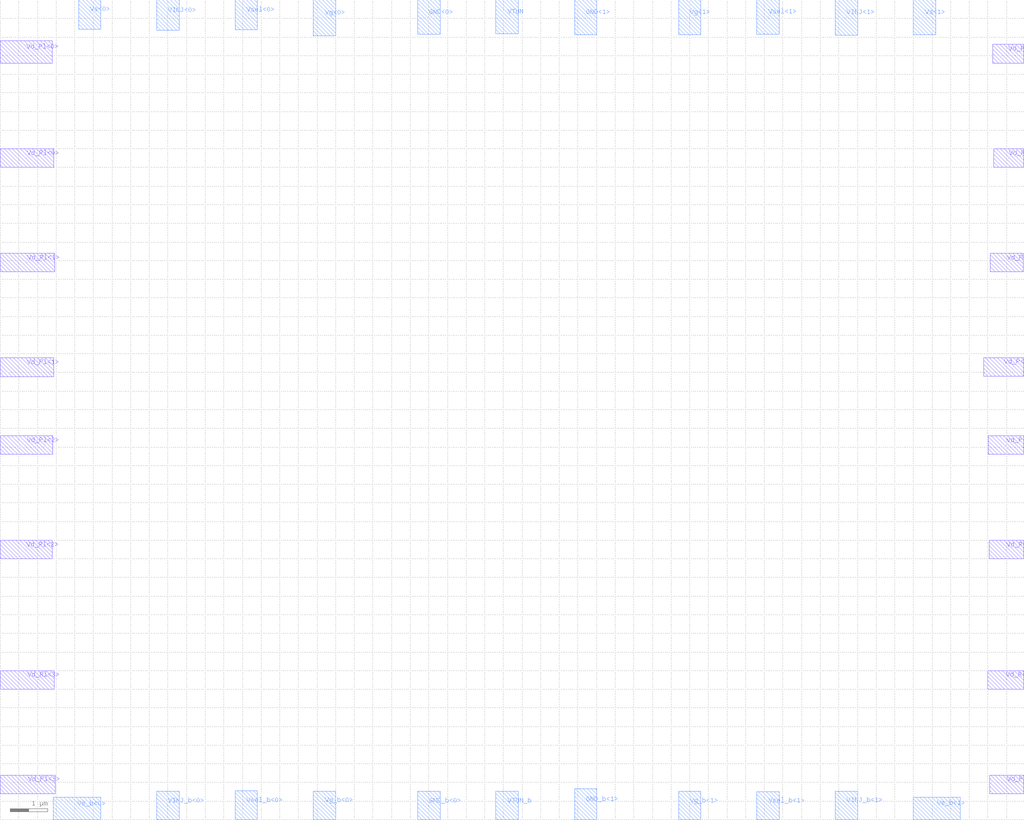
<source format=lef>
VERSION 5.5 ;
NAMESCASESENSITIVE ON ;
BUSBITCHARS "[]" ;
DIVIDERCHAR "/" ;

PROPERTYDEFINITIONS
  LAYER routingPitch REAL ;
END PROPERTYDEFINITIONS

UNITS
  DATABASE MICRONS 1000 ;
END UNITS
MANUFACTURINGGRID 0.01 ;
LAYER POLY1
  TYPE MASTERSLICE ;
END POLY1

LAYER CONT
  TYPE CUT ;
  SPACING 0.4 ;
END CONT

LAYER METAL1
  TYPE ROUTING ;
  DIRECTION HORIZONTAL ;
  PITCH 0 ;
  WIDTH 0.5 ;
  SPACING 0.45 ;
  PROPERTY routingPitch 1.25 ;
END METAL1

LAYER VIA12
  TYPE CUT ;
  SPACING 0.45 ;
END VIA12

LAYER METAL2
  TYPE ROUTING ;
  DIRECTION VERTICAL ;
  PITCH 0 ;
  WIDTH 0.6 ;
  SPACING 0.5 ;
  PROPERTY routingPitch 1.4 ;
END METAL2

LAYER VIA23
  TYPE CUT ;
  SPACING 0.45 ;
END VIA23

LAYER METAL3
  TYPE ROUTING ;
  DIRECTION HORIZONTAL ;
  PITCH 0 ;
  WIDTH 0.6 ;
  SPACING 0.5 ;
  PROPERTY routingPitch 1.25 ;
END METAL3

LAYER VIA34
  TYPE CUT ;
  SPACING 0.45 ;
END VIA34

LAYER METAL4
  TYPE ROUTING ;
  DIRECTION VERTICAL ;
  PITCH 0 ;
  WIDTH 0.6 ;
  SPACING 0.6 ;
  PROPERTY routingPitch 1.4 ;
END METAL4

LAYER OVERLAP
  TYPE OVERLAP ;
END OVERLAP

VIARULE M4_M3 GENERATE
  LAYER METAL3 ;
    ENCLOSURE 0.2 0.2 ;
  LAYER METAL4 ;
    ENCLOSURE 0.15 0.15 ;
  LAYER VIA34 ;
    RECT -0.25 -0.25 0.25 0.25 ;
    SPACING 1 BY 1 ;
END M4_M3

VIARULE M3_M2 GENERATE
  LAYER METAL2 ;
    ENCLOSURE 0.2 0.2 ;
  LAYER METAL3 ;
    ENCLOSURE 0.15 0.15 ;
  LAYER VIA23 ;
    RECT -0.25 -0.25 0.25 0.25 ;
    SPACING 1 BY 1 ;
END M3_M2

VIARULE M2_M1 GENERATE
  LAYER METAL1 ;
    ENCLOSURE 0.2 0.2 ;
  LAYER METAL2 ;
    ENCLOSURE 0.15 0.15 ;
  LAYER VIA12 ;
    RECT -0.25 -0.25 0.25 0.25 ;
    SPACING 1 BY 1 ;
END M2_M1

VIARULE M1_POLY1 GENERATE
  LAYER POLY1 ;
    ENCLOSURE 0.2 0.2 ;
  LAYER METAL1 ;
    ENCLOSURE 0.15 0.15 ;
  LAYER CONT ;
    RECT -0.2 -0.2 0.2 0.2 ;
    SPACING 1 BY 1 ;
END M1_POLY1

VIA M1_POLY1
  LAYER CONT ;
    RECT -0.2 -0.2 0.2 0.2 ;
  LAYER POLY1 ;
    RECT -0.4 -0.4 0.4 0.4 ;
  LAYER METAL1 ;
    RECT -0.35 -0.35 0.35 0.35 ;
END M1_POLY1

VIA M2_M1
  LAYER VIA12 ;
    RECT -0.25 -0.25 0.25 0.25 ;
  LAYER METAL2 ;
    RECT -0.4 -0.4 0.4 0.4 ;
  LAYER METAL1 ;
    RECT -0.45 -0.45 0.45 0.45 ;
END M2_M1

VIA M3_M2
  LAYER VIA23 ;
    RECT -0.25 -0.25 0.25 0.25 ;
  LAYER METAL3 ;
    RECT -0.4 -0.4 0.4 0.4 ;
  LAYER METAL2 ;
    RECT -0.45 -0.45 0.45 0.45 ;
END M3_M2

VIA M4_M3
  LAYER VIA34 ;
    RECT -0.25 -0.25 0.25 0.25 ;
  LAYER METAL4 ;
    RECT -0.4 -0.4 0.4 0.4 ;
  LAYER METAL3 ;
    RECT -0.45 -0.45 0.45 0.45 ;
END M4_M3


MACRO TSMC350nm_4x2_Indirect
  PIN Vg<1>
    DIRECTION INOUT ;
    USE SIGNAL ;
    PORT
      LAYER METAL2 ;
        RECT 18.2 21.06 18.8 22.0 ;
    END
  END Vg<1>
  PIN Vsel<1>
    DIRECTION INOUT ;
    USE SIGNAL ;
    PORT
      LAYER METAL2 ;
        RECT 20.3 21.08 20.9 22.0 ;
    END
  END Vsel<1>
  PIN VINJ<1>
    DIRECTION INOUT ;
    USE SIGNAL ;
    PORT
      LAYER METAL2 ;
        RECT 22.4 21.05 23.0 22.0 ;
    END
  END VINJ<1>
  PIN Vsel<0>
    DIRECTION INOUT ;
    USE SIGNAL ;
    PORT
      LAYER METAL2 ;
        RECT 6.3 21.2 6.9 22.0 ;
    END
  END Vsel<0>
  PIN Vs<0>
    DIRECTION INOUT ;
    USE SIGNAL ;
    PORT
      LAYER METAL2 ;
        RECT 2.1 21.21 2.7 22.0 ;
    END
  END Vs<0>
  PIN Vs<1>
    DIRECTION INOUT ;
    USE SIGNAL ;
    PORT
      LAYER METAL2 ;
        RECT 24.5 21.06 25.1 22.0 ;
    END
  END Vs<1>
  PIN VTUN
    DIRECTION INOUT ;
    USE SIGNAL ;
    PORT
      LAYER METAL2 ;
        RECT 13.3 21.09 13.9 22.0 ;
    END
  END VTUN
  PIN VINJ<0>
    DIRECTION INOUT ;
    USE SIGNAL ;
    PORT
      LAYER METAL2 ;
        RECT 4.2 21.18 4.8 22.0 ;
    END
  END VINJ<0>
  PIN GND<0>
    DIRECTION INOUT ;
    USE SIGNAL ;
    PORT
      LAYER METAL2 ;
        RECT 11.2 21.07 11.8 22.0 ;
    END
  END GND<0>
  PIN Vg<0>
    DIRECTION INOUT ;
    USE SIGNAL ;
    PORT
      LAYER METAL2 ;
        RECT 8.4 21.03 9.0 22.0 ;
    END
  END Vg<0>
  PIN GND<1>
    DIRECTION INOUT ;
    USE SIGNAL ;
    PORT
      LAYER METAL2 ;
        RECT 15.41 21.06 16.01 22.0 ;
    END
  END GND<1>
  PIN Vs_b<0>
    DIRECTION INOUT ;
    USE SIGNAL ;
    PORT
      LAYER METAL2 ;
        RECT 1.42 0.0 2.7 0.6 ;
    END
  END Vs_b<0>
  PIN VINJ_b<0>
    DIRECTION INOUT ;
    USE SIGNAL ;
    PORT
      LAYER METAL2 ;
        RECT 4.2 0.0 4.8 0.76 ;
    END
  END VINJ_b<0>
  PIN Vsel_b<0>
    DIRECTION INOUT ;
    USE SIGNAL ;
    PORT
      LAYER METAL2 ;
        RECT 6.3 0.0 6.9 0.78 ;
    END
  END Vsel_b<0>
  PIN Vg_b<0>
    DIRECTION INOUT ;
    USE SIGNAL ;
    PORT
      LAYER METAL2 ;
        RECT 8.4 0.0 9.0 0.77 ;
    END
  END Vg_b<0>
  PIN GND_b<0>
    DIRECTION INOUT ;
    USE SIGNAL ;
    PORT
      LAYER METAL2 ;
        RECT 11.2 0.0 11.8 0.76 ;
    END
  END GND_b<0>
  PIN VTUN_b
    DIRECTION INOUT ;
    USE SIGNAL ;
    PORT
      LAYER METAL2 ;
        RECT 13.3 0.0 13.9 0.76 ;
    END
  END VTUN_b
  PIN GND_b<1>
    DIRECTION INOUT ;
    USE SIGNAL ;
    PORT
      LAYER METAL2 ;
        RECT 15.41 0.0 16.01 0.83 ;
    END
  END GND_b<1>
  PIN Vg_b<1>
    DIRECTION INOUT ;
    USE SIGNAL ;
    PORT
      LAYER METAL2 ;
        RECT 18.2 0.0 18.8 0.76 ;
    END
  END Vg_b<1>
  PIN Vsel_b<1>
    DIRECTION INOUT ;
    USE SIGNAL ;
    PORT
      LAYER METAL2 ;
        RECT 20.3 0.0 20.9 0.75 ;
    END
  END Vsel_b<1>
  PIN VINJ_b<1>
    DIRECTION INOUT ;
    USE SIGNAL ;
    PORT
      LAYER METAL2 ;
        RECT 22.4 0.0 23.0 0.77 ;
    END
  END VINJ_b<1>
  PIN Vs_b<1>
    DIRECTION INOUT ;
    USE SIGNAL ;
    PORT
      LAYER METAL2 ;
        RECT 24.5 0.0 25.75 0.61 ;
    END
  END Vs_b<1>
  PIN Vd_Pl<3>
    DIRECTION INOUT ;
    USE SIGNAL ;
    PORT
      LAYER METAL1 ;
        RECT 0.0 0.7 1.47 1.2 ;
    END
  END Vd_Pl<3>
  PIN Vd_Rl<3>
    DIRECTION INOUT ;
    USE SIGNAL ;
    PORT
      LAYER METAL1 ;
        RECT 0.0 3.5 1.45 4.0 ;
    END
  END Vd_Rl<3>
  PIN Vd_Rl<2>
    DIRECTION INOUT ;
    USE SIGNAL ;
    PORT
      LAYER METAL1 ;
        RECT 0.0 7.0 1.4 7.5 ;
    END
  END Vd_Rl<2>
  PIN Vd_Pl<2>
    DIRECTION INOUT ;
    USE SIGNAL ;
    PORT
      LAYER METAL1 ;
        RECT 0.0 9.8 1.41 10.3 ;
    END
  END Vd_Pl<2>
  PIN Vd_Pl<1>
    DIRECTION INOUT ;
    USE SIGNAL ;
    PORT
      LAYER METAL1 ;
        RECT 0.0 11.89 1.43 12.4 ;
    END
  END Vd_Pl<1>
  PIN Vd_Rl<1>
    DIRECTION INOUT ;
    USE SIGNAL ;
    PORT
      LAYER METAL1 ;
        RECT 0.0 14.7 1.46 15.2 ;
    END
  END Vd_Rl<1>
  PIN Vd_Rl<0>
    DIRECTION INOUT ;
    USE SIGNAL ;
    PORT
      LAYER METAL1 ;
        RECT 0.0 17.5 1.43 18.0 ;
    END
  END Vd_Rl<0>
  PIN Vd_Pl<0>
    DIRECTION INOUT ;
    USE SIGNAL ;
    PORT
      LAYER METAL1 ;
        RECT 0.0 20.3 1.4 20.9 ;
    END
  END Vd_Pl<0>
  PIN Vd_P<0>
    DIRECTION INOUT ;
    USE SIGNAL ;
    PORT
      LAYER METAL1 ;
        RECT 26.63 20.3 27.46 20.8 ;
    END
  END Vd_P<0>
  PIN Vd_R<1>
    DIRECTION INOUT ;
    USE SIGNAL ;
    PORT
      LAYER METAL1 ;
        RECT 26.56 14.7 27.44 15.2 ;
    END
  END Vd_R<1>
  PIN Vd_R<3>
    DIRECTION INOUT ;
    USE SIGNAL ;
    PORT
      LAYER METAL1 ;
        RECT 26.5 3.5 27.46 4.0 ;
    END
  END Vd_R<3>
  PIN Vd_P<3>
    DIRECTION INOUT ;
    USE SIGNAL ;
    PORT
      LAYER METAL1 ;
        RECT 26.55 0.7 27.46 1.2 ;
    END
  END Vd_P<3>
  PIN Vd_P<1>
    DIRECTION INOUT ;
    USE SIGNAL ;
    PORT
      LAYER METAL1 ;
        RECT 26.38 11.9 27.46 12.4 ;
    END
  END Vd_P<1>
  PIN Vd_P<2>
    DIRECTION INOUT ;
    USE SIGNAL ;
    PORT
      LAYER METAL1 ;
        RECT 26.51 9.8 27.46 10.3 ;
    END
  END Vd_P<2>
  PIN Vd_R<0>
    DIRECTION INOUT ;
    USE SIGNAL ;
    PORT
      LAYER METAL1 ;
        RECT 26.66 17.5 27.46 18.0 ;
    END
  END Vd_R<0>
  PIN Vd_R<2>
    DIRECTION INOUT ;
    USE SIGNAL ;
    PORT
      LAYER METAL1 ;
        RECT 26.53 7.0 27.46 7.5 ;
    END
  END Vd_R<2>
END TSMC350nm_4x2_Indirect

MACRO dotproduct_R
  PIN GND
    DIRECTION INOUT ;
    USE SIGNAL ;
    PORT
      LAYER METAL2 ;
        RECT 14.71 21.4 15.31 22.0 ;
    END
  END GND
  PIN out2
    DIRECTION INOUT ;
    USE SIGNAL ;
    PORT
      LAYER METAL2 ;
        RECT 17.05 21.4 17.65 22.0 ;
    END
  END out2
  PIN out1
    DIRECTION INOUT ;
    USE SIGNAL ;
    PORT
      LAYER METAL2 ;
        RECT 6.95 21.4 7.55 22.0 ;
    END
  END out1
  PIN phi2
    DIRECTION INOUT ;
    USE SIGNAL ;
    PORT
      LAYER METAL2 ;
        RECT 11.45 21.4 12.05 22.0 ;
    END
  END phi2
  PIN phi1
    DIRECTION INOUT ;
    USE SIGNAL ;
    PORT
      LAYER METAL2 ;
        RECT 2.1 21.4 2.7 22.0 ;
    END
  END phi1
  PIN Q<0>
    DIRECTION INOUT ;
    USE SIGNAL ;
    PORT
      LAYER METAL1 ;
        RECT 0.0 16.61 1.4 18.01 ;
    END
  END Q<0>
  PIN Q<3>
    DIRECTION INOUT ;
    USE SIGNAL ;
    PORT
      LAYER METAL1 ;
        RECT 0.0 4.01 1.4 5.41 ;
    END
  END Q<3>
  PIN Q<1>
    DIRECTION INOUT ;
    USE SIGNAL ;
    PORT
      LAYER METAL1 ;
        RECT 0.0 14.76 1.4 16.16 ;
    END
  END Q<1>
  PIN Q<2>
    DIRECTION INOUT ;
    USE SIGNAL ;
    PORT
      LAYER METAL1 ;
        RECT 0.0 5.86 1.4 7.26 ;
    END
  END Q<2>
  PIN K<2>
    DIRECTION INOUT ;
    USE SIGNAL ;
    PORT
      LAYER METAL1 ;
        RECT 20.6 7.01 22.0 8.41 ;
    END
  END K<2>
  PIN K<1>
    DIRECTION INOUT ;
    USE SIGNAL ;
    PORT
      LAYER METAL1 ;
        RECT 20.6 13.81 22.0 15.21 ;
    END
  END K<1>
  PIN K<3>
    DIRECTION INOUT ;
    USE SIGNAL ;
    PORT
      LAYER METAL1 ;
        RECT 20.6 2.61 22.0 4.01 ;
    END
  END K<3>
  PIN K<0>
    DIRECTION INOUT ;
    USE SIGNAL ;
    PORT
      LAYER METAL1 ;
        RECT 20.6 17.51 22.0 18.91 ;
    END
  END K<0>
END dotproduct_R

MACRO dotproduct_mid
  PIN GND
    DIRECTION INOUT ;
    USE SIGNAL ;
    PORT
      LAYER METAL2 ;
        RECT 13.08 21.4 13.68 22.0 ;
    END
  END GND
  PIN out2
    DIRECTION INOUT ;
    USE SIGNAL ;
    PORT
      LAYER METAL2 ;
        RECT 17.05 21.4 17.65 22.0 ;
    END
  END out2
  PIN out1
    DIRECTION INOUT ;
    USE SIGNAL ;
    PORT
      LAYER METAL2 ;
        RECT 6.95 21.4 7.55 22.0 ;
    END
  END out1
  PIN phi2
    DIRECTION INOUT ;
    USE SIGNAL ;
    PORT
      LAYER METAL2 ;
        RECT 11.45 21.4 12.05 22.0 ;
    END
  END phi2
  PIN phi1
    DIRECTION INOUT ;
    USE SIGNAL ;
    PORT
      LAYER METAL2 ;
        RECT 2.1 21.4 2.7 22.0 ;
    END
  END phi1
  PIN Q<0>
    DIRECTION INOUT ;
    USE SIGNAL ;
    PORT
      LAYER METAL1 ;
        RECT 0.0 16.61 1.4 18.01 ;
    END
  END Q<0>
  PIN Q<3>
    DIRECTION INOUT ;
    USE SIGNAL ;
    PORT
      LAYER METAL1 ;
        RECT 0.0 4.01 1.4 5.41 ;
    END
  END Q<3>
  PIN Q<1>
    DIRECTION INOUT ;
    USE SIGNAL ;
    PORT
      LAYER METAL1 ;
        RECT 0.0 14.76 1.4 16.16 ;
    END
  END Q<1>
  PIN Q<2>
    DIRECTION INOUT ;
    USE SIGNAL ;
    PORT
      LAYER METAL1 ;
        RECT 0.0 5.86 1.4 7.26 ;
    END
  END Q<2>
  PIN K<2>
    DIRECTION INOUT ;
    USE SIGNAL ;
    PORT
      LAYER METAL1 ;
        RECT 20.6 9.31 22.0 10.71 ;
    END
  END K<2>
  PIN K<1>
    DIRECTION INOUT ;
    USE SIGNAL ;
    PORT
      LAYER METAL1 ;
        RECT 20.6 11.31 22.0 12.71 ;
    END
  END K<1>
  PIN K<3>
    DIRECTION INOUT ;
    USE SIGNAL ;
    PORT
      LAYER METAL1 ;
        RECT 20.6 0.56 22.0 1.96 ;
    END
  END K<3>
  PIN K<0>
    DIRECTION INOUT ;
    USE SIGNAL ;
    PORT
      LAYER METAL1 ;
        RECT 20.6 20.06 22.0 21.46 ;
    END
  END K<0>
END dotproduct_mid

MACRO dotproduct_L
  PIN K<0>
    DIRECTION INOUT ;
    USE SIGNAL ;
    PORT
      LAYER METAL1 ;
        RECT 20.6 20.05 22.0 21.45 ;
    END
  END K<0>
  PIN K<1>
    DIRECTION INOUT ;
    USE SIGNAL ;
    PORT
      LAYER METAL1 ;
        RECT 20.6 11.3 22.0 12.7 ;
    END
  END K<1>
  PIN Q<2>
    DIRECTION INOUT ;
    USE SIGNAL ;
    PORT
      LAYER METAL1 ;
        RECT 0.0 6.4 1.4 7.8 ;
    END
  END Q<2>
  PIN K<3>
    DIRECTION INOUT ;
    USE SIGNAL ;
    PORT
      LAYER METAL1 ;
        RECT 20.6 0.55 22.0 1.95 ;
    END
  END K<3>
  PIN Q<3>
    DIRECTION INOUT ;
    USE SIGNAL ;
    PORT
      LAYER METAL1 ;
        RECT 0.0 3.45 1.4 4.85 ;
    END
  END Q<3>
  PIN K<2>
    DIRECTION INOUT ;
    USE SIGNAL ;
    PORT
      LAYER METAL1 ;
        RECT 20.6 9.3 22.0 10.7 ;
    END
  END K<2>
  PIN Q<1>
    DIRECTION INOUT ;
    USE SIGNAL ;
    PORT
      LAYER METAL1 ;
        RECT 0.0 14.2 1.4 15.6 ;
    END
  END Q<1>
  PIN Q<0>
    DIRECTION INOUT ;
    USE SIGNAL ;
    PORT
      LAYER METAL1 ;
        RECT 0.0 17.15 1.4 18.55 ;
    END
  END Q<0>
  PIN GND
    DIRECTION INOUT ;
    USE SIGNAL ;
    PORT
      LAYER METAL2 ;
        RECT 2.6 21.4 3.2 22.0 ;
    END
  END GND
  PIN phi1
    DIRECTION INOUT ;
    USE SIGNAL ;
    PORT
      LAYER METAL2 ;
        RECT 1.35 21.4 1.95 22.0 ;
    END
  END phi1
  PIN out2
    DIRECTION INOUT ;
    USE SIGNAL ;
    PORT
      LAYER METAL2 ;
        RECT 17.05 21.4 17.65 22.0 ;
    END
  END out2
  PIN phi2
    DIRECTION INOUT ;
    USE SIGNAL ;
    PORT
      LAYER METAL2 ;
        RECT 11.45 21.4 12.05 22.0 ;
    END
  END phi2
  PIN out1
    DIRECTION INOUT ;
    USE SIGNAL ;
    PORT
      LAYER METAL2 ;
        RECT 6.95 21.4 7.55 22.0 ;
    END
  END out1
END dotproduct_L

MACRO K_layer_output
  PIN GND
    DIRECTION INOUT ;
    USE SIGNAL ;
    PORT
      LAYER METAL2 ;
        RECT 5.05 21.4 5.65 22.0 ;
    END
  END GND
END K_layer_output

END LIBRARY
</source>
